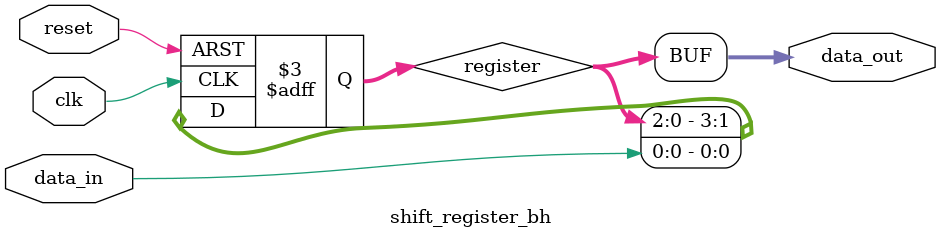
<source format=v>
module shift_register_bh(
    input clk,
    input reset,
    input data_in,
    output reg [3:0] data_out
);
    reg [3:0] register;

    always @(posedge clk or posedge reset) begin
        if (reset)
            register <= 4'b0000;
        else
            // concat LSB 3 bits of reg to data_in value to shift left
            register <= {register[2:0], data_in};
    end
    // register'ın değişen değerini data_out'a assign et
    always @*
        data_out = register;
endmodule
</source>
